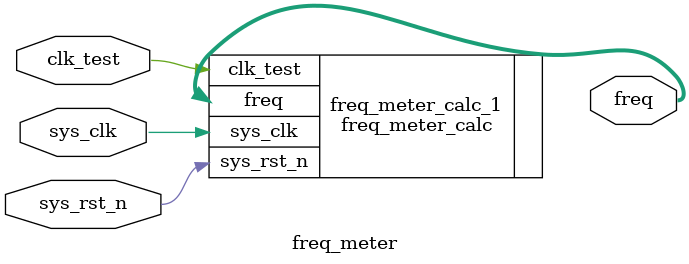
<source format=v>
`timescale 1ns / 1ns

module freq_meter(
    input wire sys_clk,
    input wire sys_rst_n,
    input wire clk_test,

    output wire [31:0] freq
    );

// 实例化频率测量模块
freq_meter_calc freq_meter_calc_1(
    .sys_clk(sys_clk),
    .sys_rst_n(sys_rst_n),
    .clk_test(clk_test),

    .freq(freq)
    );
endmodule

</source>
